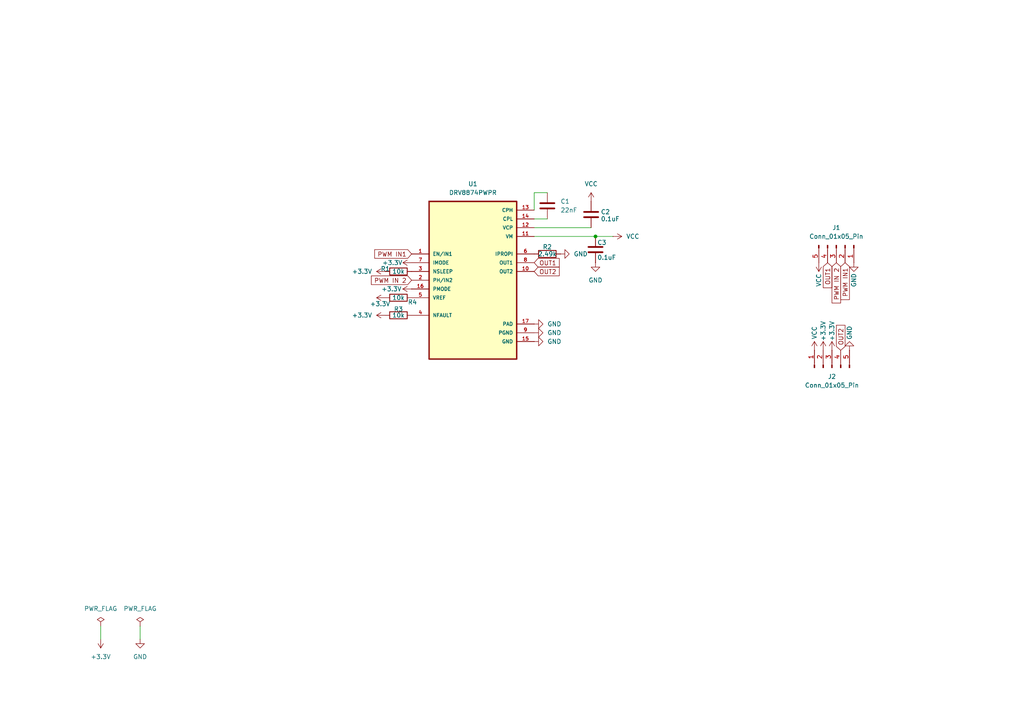
<source format=kicad_sch>
(kicad_sch (version 20250114) (generator "eeschema") (generator_version "9.0")
  (paper "A4")
  (lib_symbols
    (symbol "Connector:Conn_01x05_Pin" (pin_names (offset 1.016) (hide yes))
      (property "Reference" "J" (at 0 7.62 0))
      (property "Value" "Conn_01x05_Pin" (at 0 -7.62 0))
      (symbol "Conn_01x05_Pin_1_1"
        (rectangle (start 0.8636 5.207) (end 0 4.953) (stroke (width 0.1524)) (fill (type outline)))
        (rectangle (start 0.8636 2.667) (end 0 2.413) (stroke (width 0.1524)) (fill (type outline)))
        (rectangle (start 0.8636 0.127) (end 0 -0.127) (stroke (width 0.1524)) (fill (type outline)))
        (rectangle (start 0.8636 -2.413) (end 0 -2.667) (stroke (width 0.1524)) (fill (type outline)))
        (rectangle (start 0.8636 -4.953) (end 0 -5.207) (stroke (width 0.1524)) (fill (type outline)))
        (polyline (pts (xy 1.27 5.08) (xy 0.8636 5.08)) (stroke (width 0.1524)))
        (polyline (pts (xy 1.27 2.54) (xy 0.8636 2.54)) (stroke (width 0.1524)))
        (polyline (pts (xy 1.27 0) (xy 0.8636 0)) (stroke (width 0.1524)))
        (polyline (pts (xy 1.27 -2.54) (xy 0.8636 -2.54)) (stroke (width 0.1524)))
        (polyline (pts (xy 1.27 -5.08) (xy 0.8636 -5.08)) (stroke (width 0.1524)))
        (pin passive line (at 5.08 5.08 180) (length 3.81) (name "Pin_1") (number "1"))
        (pin passive line (at 5.08 2.54 180) (length 3.81) (name "Pin_2") (number "2"))
        (pin passive line (at 5.08 0 180) (length 3.81) (name "Pin_3") (number "3"))
        (pin passive line (at 5.08 -2.54 180) (length 3.81) (name "Pin_4") (number "4"))
        (pin passive line (at 5.08 -5.08 180) (length 3.81) (name "Pin_5") (number "5"))
      )
    )
    (symbol "DRV8874:DRV8874PWPR" (pin_names (offset 1.016))
      (property "Reference" "U" (at -12.7 23.86 0))
      (property "Value" "DRV8874PWPR" (at -12.7 -26.86 0))
      (symbol "DRV8874PWPR_0_0"
        (rectangle (start -12.7 -22.86) (end 12.7 22.86) (stroke (width 0.41)) (fill (type background)))
        (pin input line (at -17.78 7.62 0) (length 5.08) (name "EN/IN1") (number "1"))
        (pin input line (at -17.78 5.08 0) (length 5.08) (name "IMODE") (number "7"))
        (pin input line (at -17.78 2.54 0) (length 5.08) (name "NSLEEP") (number "3"))
        (pin input line (at -17.78 0 0) (length 5.08) (name "PH/IN2") (number "2"))
        (pin input line (at -17.78 -2.54 0) (length 5.08) (name "PMODE") (number "16"))
        (pin input line (at -17.78 -5.08 0) (length 5.08) (name "VREF") (number "5"))
        (pin bidirectional line (at -17.78 -10.16 0) (length 5.08) (name "NFAULT") (number "4"))
        (pin power_in line (at 17.78 20.32 180) (length 5.08) (name "CPH") (number "13"))
        (pin power_in line (at 17.78 17.78 180) (length 5.08) (name "CPL") (number "14"))
        (pin power_in line (at 17.78 15.24 180) (length 5.08) (name "VCP") (number "12"))
        (pin power_in line (at 17.78 12.7 180) (length 5.08) (name "VM") (number "11"))
        (pin output line (at 17.78 7.62 180) (length 5.08) (name "IPROPI") (number "6"))
        (pin output line (at 17.78 5.08 180) (length 5.08) (name "OUT1") (number "8"))
        (pin output line (at 17.78 2.54 180) (length 5.08) (name "OUT2") (number "10"))
        (pin power_in line (at 17.78 -15.24 180) (length 5.08) (name "PGND") (number "9"))
        (pin power_in line (at 17.78 -17.78 180) (length 5.08) (name "GND") (number "15"))
      )
      (symbol "DRV8874PWPR_1_1"
        (pin power_in line (at 17.78 -12.7 180) (length 5.08) (name "PAD") (number "17"))
      )
    )
    (symbol "Device:C" (pin_numbers (hide yes)) (pin_names (offset 0.254))
      (property "Reference" "C" (at 0.635 2.54 0))
      (property "Value" "C" (at 0.635 -2.54 0))
      (symbol "C_0_1"
        (polyline (pts (xy -2.032 0.762) (xy 2.032 0.762)) (stroke (width 0.508)))
        (polyline (pts (xy -2.032 -0.762) (xy 2.032 -0.762)) (stroke (width 0.508)))
      )
      (symbol "C_1_1"
        (pin passive line (at 0 3.81 270) (length 2.794) (name "~") (number "1"))
        (pin passive line (at 0 -3.81 90) (length 2.794) (name "~") (number "2"))
      )
    )
    (symbol "Device:R" (pin_numbers (hide yes)) (pin_names (offset 0))
      (property "Reference" "R" (at 2.032 0 90))
      (property "Value" "R" (at 0 0 90))
      (symbol "R_0_1"
        (rectangle (start -1.016 -2.54) (end 1.016 2.54) (stroke (width 0.254)))
      )
      (symbol "R_1_1"
        (pin passive line (at 0 3.81 270) (length 1.27) (name "~") (number "1"))
        (pin passive line (at 0 -3.81 90) (length 1.27) (name "~") (number "2"))
      )
    )
    (symbol "power:+3.3V" (power) (pin_numbers (hide yes)) (pin_names (offset 0) (hide yes))
      (property "Value" "+3.3V" (at 0 3.556 0))
      (symbol "+3.3V_0_1"
        (polyline (pts (xy -0.762 1.27) (xy 0 2.54)))
        (polyline (pts (xy 0 2.54) (xy 0.762 1.27)))
        (polyline (pts (xy 0 0) (xy 0 2.54)))
      )
      (symbol "+3.3V_1_1"
        (pin power_in line (at 0 0 90) (length 0) (name "~") (number "1"))
      )
    )
    (symbol "power:GND" (power) (pin_numbers (hide yes)) (pin_names (offset 0) (hide yes))
      (property "Value" "GND" (at 0 -3.81 0))
      (symbol "GND_0_1"
        (polyline (pts (xy 0 0) (xy 0 -1.27) (xy 1.27 -1.27) (xy 0 -2.54) (xy -1.27 -1.27) (xy 0 -1.27)))
      )
      (symbol "GND_1_1"
        (pin power_in line (at 0 0 270) (length 0) (name "~") (number "1"))
      )
    )
    (symbol "power:PWR_FLAG" (power) (pin_numbers (hide yes)) (pin_names (offset 0) (hide yes))
      (property "Value" "PWR_FLAG" (at 0 3.81 0))
      (symbol "PWR_FLAG_0_0"
        (pin power_out line (at 0 0 90) (length 0) (name "~") (number "1"))
      )
      (symbol "PWR_FLAG_0_1"
        (polyline (pts (xy 0 0) (xy 0 1.27) (xy -1.016 1.905) (xy 0 2.54) (xy 1.016 1.905) (xy 0 1.27)))
      )
    )
    (symbol "power:VCC" (power) (pin_numbers (hide yes)) (pin_names (offset 0) (hide yes))
      (property "Value" "VCC" (at 0 3.556 0))
      (symbol "VCC_0_1"
        (polyline (pts (xy -0.762 1.27) (xy 0 2.54)))
        (polyline (pts (xy 0 2.54) (xy 0.762 1.27)))
        (polyline (pts (xy 0 0) (xy 0 2.54)))
      )
      (symbol "VCC_1_1"
        (pin power_in line (at 0 0 90) (length 0) (name "~") (number "1"))
      )
    )
  )
  (junction (at 172.72 68.58))
  (wire (pts (xy 40.64 181.61) (xy 40.64 185.42)))
  (wire (pts (xy 154.94 63.5) (xy 158.75 63.5)))
  (wire (pts (xy 154.94 60.96) (xy 154.94 55.88)))
  (wire (pts (xy 154.94 55.88) (xy 158.75 55.88)))
  (wire (pts (xy 172.72 68.58) (xy 154.94 68.58)))
  (wire (pts (xy 154.94 66.04) (xy 171.45 66.04)))
  (wire (pts (xy 29.21 181.61) (xy 29.21 185.42)))
  (wire (pts (xy 172.72 68.58) (xy 177.8 68.58)))
  (global_label "OUT2" (shape input) (at 154.94 78.74 0) (property "Intersheetrefs" "${INTERSHEET_REFS}" (effects (hide yes))))
  (global_label "PWM IN1" (shape input) (at 245.11 76.2 270) (property "Intersheetrefs" "${INTERSHEET_REFS}" (effects (hide yes))))
  (global_label "OUT1" (shape input) (at 154.94 76.2 0) (property "Intersheetrefs" "${INTERSHEET_REFS}" (effects (hide yes))))
  (global_label "PWM IN 2" (shape input) (at 242.57 76.2 270) (property "Intersheetrefs" "${INTERSHEET_REFS}" (effects (hide yes))))
  (global_label "OUT2" (shape input) (at 243.84 101.6 90) (property "Intersheetrefs" "${INTERSHEET_REFS}" (effects (hide yes))))
  (global_label "OUT1" (shape input) (at 240.03 76.2 270) (property "Intersheetrefs" "${INTERSHEET_REFS}" (effects (hide yes))))
  (global_label "PWM IN 2" (shape input) (at 119.38 81.28 180) (property "Intersheetrefs" "${INTERSHEET_REFS}" (effects (hide yes))))
  (global_label "PWM IN1" (shape input) (at 119.38 73.66 180) (property "Intersheetrefs" "${INTERSHEET_REFS}" (effects (hide yes))))
  (symbol (lib_id "power:+3.3V") (at 111.76 91.44 90) (unit 1)
    (property "Reference" "#PWR012" (effects (hide yes)))
    (property "Value" "+3.3V" (at 107.95 91.4399 90) (effects (justify left)))
    (property "Description" "Power symbol creates a global label with name \"+3.3V\"" (effects (hide yes)))
  )
  (symbol (lib_id "power:+3.3V") (at 111.76 86.36 90) (unit 1)
    (property "Reference" "#PWR014" (effects (hide yes)))
    (property "Value" "+3.3V" (at 110.236 88.138 90))
    (property "Description" "Power symbol creates a global label with name \"+3.3V\"" (effects (hide yes)))
  )
  (symbol (lib_id "power:VCC") (at 177.8 68.58 270) (unit 1)
    (property "Reference" "#PWR05" (effects (hide yes)))
    (property "Value" "VCC" (at 181.61 68.5799 90) (effects (justify left)))
    (property "Description" "Power symbol creates a global label with name \"VCC\"" (effects (hide yes)))
  )
  (symbol (lib_id "power:+3.3V") (at 111.76 78.74 90) (unit 1)
    (property "Reference" "#PWR03" (effects (hide yes)))
    (property "Value" "+3.3V" (at 107.95 78.7399 90) (effects (justify left)))
    (property "Description" "Power symbol creates a global label with name \"+3.3V\"" (effects (hide yes)))
  )
  (symbol (lib_id "power:GND") (at 246.38 101.6 180) (unit 1)
    (property "Reference" "#PWR017" (effects (hide yes)))
    (property "Value" "GND" (at 246.38 96.52 90))
    (property "Description" "Power symbol creates a global label with name \"GND\" , ground" (effects (hide yes)))
  )
  (symbol (lib_id "power:GND") (at 154.94 93.98 90) (unit 1)
    (property "Reference" "#PWR015" (effects (hide yes)))
    (property "Value" "GND" (at 158.75 93.9799 90) (effects (justify right)))
    (property "Description" "Power symbol creates a global label with name \"GND\" , ground" (effects (hide yes)))
  )
  (symbol (lib_id "power:VCC") (at 171.45 58.42 0) (unit 1)
    (property "Reference" "#PWR04" (effects (hide yes)))
    (property "Value" "VCC" (at 171.45 53.34 0))
    (property "Description" "Power symbol creates a global label with name \"VCC\"" (effects (hide yes)))
  )
  (symbol (lib_id "power:+3.3V") (at 241.3 101.6 0) (unit 1)
    (property "Reference" "#PWR022" (effects (hide yes)))
    (property "Value" "+3.3V" (at 241.3 96.012 90))
    (property "Description" "Power symbol creates a global label with name \"+3.3V\"" (effects (hide yes)))
  )
  (symbol (lib_id "Device:R") (at 115.57 86.36 90) (unit 1)
    (property "Reference" "R4" (at 119.634 87.63 90))
    (property "Value" "10k" (at 115.57 86.36 90))
    (property "Footprint" "Resistor_SMD:R_0402_1005Metric" (effects (hide yes)))
    (property "Description" "Resistor" (effects (hide yes)))
  )
  (symbol (lib_id "power:PWR_FLAG") (at 40.64 181.61 0) (unit 1)
    (property "Reference" "#FLG01" (effects (hide yes)))
    (property "Value" "PWR_FLAG" (at 40.64 176.53 0))
    (property "Description" "Special symbol for telling ERC where power comes from" (effects (hide yes)))
  )
  (symbol (lib_id "Device:C") (at 172.72 72.39 0) (unit 1)
    (property "Reference" "C3" (at 173.228 70.358 0) (effects (justify left)))
    (property "Value" "0.1uF" (at 173.228 74.676 0) (effects (justify left)))
    (property "Footprint" "Capacitor_SMD:C_0603_1608Metric" (effects (hide yes)))
    (property "Description" "Unpolarized capacitor" (effects (hide yes)))
  )
  (symbol (lib_id "Device:R") (at 115.57 91.44 90) (unit 1)
    (property "Reference" "R3" (at 115.57 89.662 90))
    (property "Value" "10k" (at 115.57 91.44 90))
    (property "Footprint" "Resistor_SMD:R_0402_1005Metric" (effects (hide yes)))
    (property "Description" "Resistor" (effects (hide yes)))
  )
  (symbol (lib_id "power:VCC") (at 237.49 76.2 180) (unit 1)
    (property "Reference" "#PWR019" (effects (hide yes)))
    (property "Value" "VCC" (at 237.49 81.28 90))
    (property "Description" "Power symbol creates a global label with name \"VCC\"" (effects (hide yes)))
  )
  (symbol (lib_id "Device:R") (at 158.75 73.66 90) (unit 1)
    (property "Reference" "R2" (at 158.75 71.628 90))
    (property "Value" "2.49k" (at 158.75 73.66 90))
    (property "Footprint" "Resistor_SMD:R_0402_1005Metric" (effects (hide yes)))
    (property "Description" "Resistor" (effects (hide yes)))
  )
  (symbol (lib_id "Device:C") (at 171.45 62.23 0) (unit 1)
    (property "Reference" "C2" (at 174.244 61.468 0) (effects (justify left)))
    (property "Value" "0.1uF" (at 174.244 63.5 0) (effects (justify left)))
    (property "Footprint" "Capacitor_SMD:C_0603_1608Metric" (effects (hide yes)))
    (property "Description" "Unpolarized capacitor" (effects (hide yes)))
  )
  (symbol (lib_id "power:+3.3V") (at 119.38 83.82 90) (unit 1)
    (property "Reference" "#PWR07" (effects (hide yes)))
    (property "Value" "+3.3V" (at 113.538 83.82 90))
    (property "Description" "Power symbol creates a global label with name \"+3.3V\"" (effects (hide yes)))
  )
  (symbol (lib_id "Connector:Conn_01x05_Pin") (at 241.3 106.68 90) (unit 1)
    (property "Reference" "J2" (at 241.3 109.22 90))
    (property "Value" "Conn_01x05_Pin" (at 241.3 111.76 90))
    (property "Footprint" "Connector_PinHeader_2.54mm:PinHeader_1x05_P2.54mm_Vertical" (effects (hide yes)))
    (property "Description" "Generic connector, single row, 01x05, script generated" (effects (hide yes)))
  )
  (symbol (lib_id "power:+3.3V") (at 238.76 101.6 0) (unit 1)
    (property "Reference" "#PWR020" (effects (hide yes)))
    (property "Value" "+3.3V" (at 238.76 96.012 90))
    (property "Description" "Power symbol creates a global label with name \"+3.3V\"" (effects (hide yes)))
  )
  (symbol (lib_id "power:GND") (at 247.65 76.2 0) (unit 1)
    (property "Reference" "#PWR021" (effects (hide yes)))
    (property "Value" "GND" (at 247.65 81.28 90))
    (property "Description" "Power symbol creates a global label with name \"GND\" , ground" (effects (hide yes)))
  )
  (symbol (lib_id "power:+3.3V") (at 29.21 185.42 180) (unit 1)
    (property "Reference" "#PWR02" (effects (hide yes)))
    (property "Value" "+3.3V" (at 29.21 190.5 0))
    (property "Description" "Power symbol creates a global label with name \"+3.3V\"" (effects (hide yes)))
  )
  (symbol (lib_id "Device:R") (at 115.57 78.74 90) (unit 1)
    (property "Reference" "R1" (at 111.76 77.978 90))
    (property "Value" "10k" (at 115.57 78.74 90))
    (property "Footprint" "Resistor_SMD:R_0402_1005Metric" (effects (hide yes)))
    (property "Description" "Resistor" (effects (hide yes)))
  )
  (symbol (lib_id "power:GND") (at 154.94 99.06 90) (unit 1)
    (property "Reference" "#PWR011" (effects (hide yes)))
    (property "Value" "GND" (at 158.75 99.0599 90) (effects (justify right)))
    (property "Description" "Power symbol creates a global label with name \"GND\" , ground" (effects (hide yes)))
  )
  (symbol (lib_id "power:GND") (at 154.94 96.52 90) (unit 1)
    (property "Reference" "#PWR010" (effects (hide yes)))
    (property "Value" "GND" (at 158.75 96.5199 90) (effects (justify right)))
    (property "Description" "Power symbol creates a global label with name \"GND\" , ground" (effects (hide yes)))
  )
  (symbol (lib_id "DRV8874:DRV8874PWPR") (at 137.16 81.28 0) (unit 1)
    (property "Reference" "U1" (at 137.16 53.34 0))
    (property "Value" "DRV8874PWPR" (at 137.16 55.88 0))
    (property "Footprint" "Motor Driver IC:DRV8874" (effects (hide yes)))
  )
  (symbol (lib_id "Connector:Conn_01x05_Pin") (at 242.57 71.12 270) (unit 1)
    (property "Reference" "J1" (at 242.57 66.04 90))
    (property "Value" "Conn_01x05_Pin" (at 242.57 68.58 90))
    (property "Footprint" "Connector_PinHeader_2.54mm:PinHeader_1x05_P2.54mm_Vertical" (effects (hide yes)))
    (property "Description" "Generic connector, single row, 01x05, script generated" (effects (hide yes)))
  )
  (symbol (lib_id "power:GND") (at 40.64 185.42 0) (unit 1)
    (property "Reference" "#PWR01" (effects (hide yes)))
    (property "Value" "GND" (at 40.64 190.5 0))
    (property "Description" "Power symbol creates a global label with name \"GND\" , ground" (effects (hide yes)))
  )
  (symbol (lib_id "Device:C") (at 158.75 59.69 0) (unit 1)
    (property "Reference" "C1" (at 162.56 58.4199 0) (effects (justify left)))
    (property "Value" "22nF" (at 162.56 60.9599 0) (effects (justify left)))
    (property "Footprint" "Capacitor_SMD:C_0603_1608Metric" (effects (hide yes)))
    (property "Description" "Unpolarized capacitor" (effects (hide yes)))
  )
  (symbol (lib_id "power:+3.3V") (at 119.38 76.2 90) (unit 1)
    (property "Reference" "#PWR08" (effects (hide yes)))
    (property "Value" "+3.3V" (at 113.792 76.2 90))
    (property "Description" "Power symbol creates a global label with name \"+3.3V\"" (effects (hide yes)))
  )
  (symbol (lib_id "power:PWR_FLAG") (at 29.21 181.61 0) (unit 1)
    (property "Reference" "#FLG02" (effects (hide yes)))
    (property "Value" "PWR_FLAG" (at 29.21 176.53 0))
    (property "Description" "Special symbol for telling ERC where power comes from" (effects (hide yes)))
  )
  (symbol (lib_id "power:GND") (at 162.56 73.66 90) (unit 1)
    (property "Reference" "#PWR06" (effects (hide yes)))
    (property "Value" "GND" (at 166.37 73.6599 90) (effects (justify right)))
    (property "Description" "Power symbol creates a global label with name \"GND\" , ground" (effects (hide yes)))
  )
  (symbol (lib_id "power:GND") (at 172.72 76.2 0) (unit 1)
    (property "Reference" "#PWR013" (effects (hide yes)))
    (property "Value" "GND" (at 172.72 81.28 0))
    (property "Description" "Power symbol creates a global label with name \"GND\" , ground" (effects (hide yes)))
  )
  (symbol (lib_id "power:VCC") (at 236.22 101.6 0) (unit 1)
    (property "Reference" "#PWR018" (effects (hide yes)))
    (property "Value" "VCC" (at 236.22 96.52 90))
    (property "Description" "Power symbol creates a global label with name \"VCC\"" (effects (hide yes)))
  )
)
</source>
